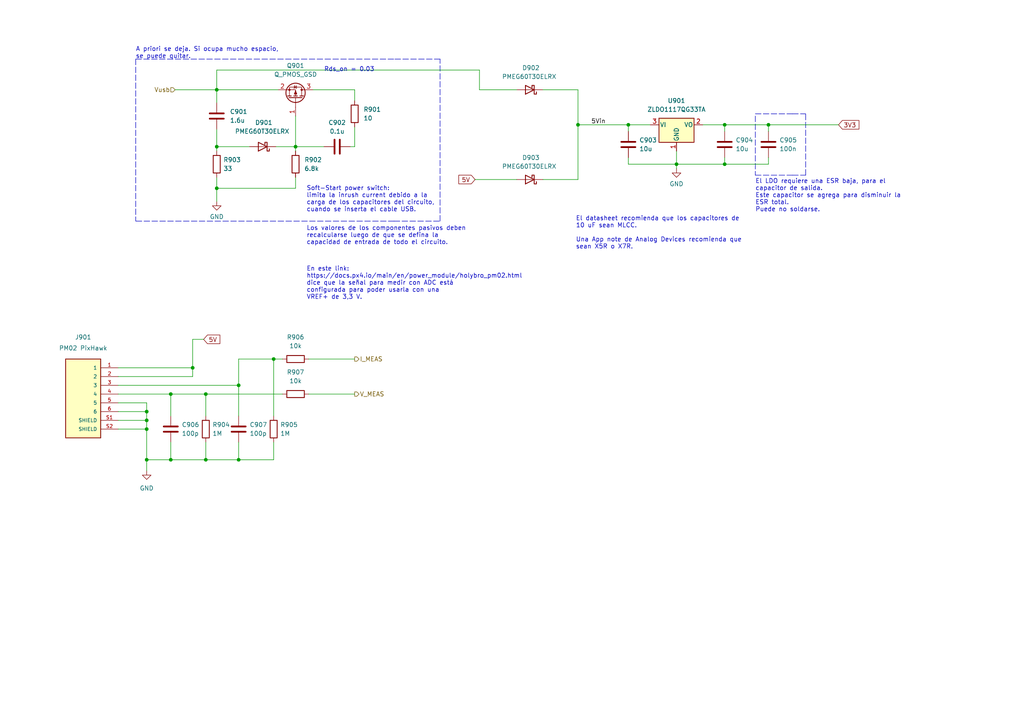
<source format=kicad_sch>
(kicad_sch (version 20211123) (generator eeschema)
  (paper "A4")
  (lib_symbols
    (symbol "DF13C-69-1.25v(51):DF13C-6P-1.25V(51)" (pin_names (offset 1.016))
      (property "Reference" "J204" (at 0 19.05 0))
      (property "Value" "GPS M8N - DF13" (at 0 15.875 0))
      (symbol "DF13C-6P-1.25V(51)_0_0"
        (rectangle (start -5.08 -10.16) (end 5.08 12.7) (stroke (width 0.254)) (fill (type background)))
        (pin passive line (at -10.16 10.16 0) (length 5.08) (name "1") (number "1"))
        (pin passive line (at -10.16 7.62 0) (length 5.08) (name "2") (number "2"))
        (pin passive line (at -10.16 5.08 0) (length 5.08) (name "3") (number "3"))
        (pin passive line (at -10.16 2.54 0) (length 5.08) (name "4") (number "4"))
        (pin passive line (at -10.16 0 0) (length 5.08) (name "5") (number "5"))
        (pin passive line (at -10.16 -2.54 0) (length 5.08) (name "6") (number "6"))
        (pin passive line (at -10.16 -5.08 0) (length 5.08) (name "SHIELD") (number "S1"))
        (pin passive line (at -10.16 -7.62 0) (length 5.08) (name "SHIELD") (number "S2"))
      )
    )
    (symbol "Device:C" (pin_numbers hide) (pin_names (offset 0.254))
      (property "Reference" "C" (at 0.635 2.54 0))
      (property "Value" "C" (at 0.635 -2.54 0))
      (symbol "C_0_1"
        (polyline (pts (xy -2.032 -0.762) (xy 2.032 -0.762)) (stroke (width 0.508)))
        (polyline (pts (xy -2.032 0.762) (xy 2.032 0.762)) (stroke (width 0.508)))
      )
      (symbol "C_1_1"
        (pin passive line (at 0 3.81 270) (length 2.794) (name "~") (number "1"))
        (pin passive line (at 0 -3.81 90) (length 2.794) (name "~") (number "2"))
      )
    )
    (symbol "Device:D_Schottky" (pin_numbers hide) (pin_names (offset 1.016) hide)
      (property "Reference" "D" (at 0 2.54 0))
      (property "Value" "D_Schottky" (at 0 -2.54 0))
      (symbol "D_Schottky_0_1"
        (polyline (pts (xy 1.27 0) (xy -1.27 0)))
        (polyline (pts (xy 1.27 1.27) (xy 1.27 -1.27) (xy -1.27 0) (xy 1.27 1.27)) (stroke (width 0.254)))
        (polyline (pts (xy -1.905 0.635) (xy -1.905 1.27) (xy -1.27 1.27) (xy -1.27 -1.27) (xy -0.635 -1.27) (xy -0.635 -0.635)) (stroke (width 0.254)))
      )
      (symbol "D_Schottky_1_1"
        (pin passive line (at -3.81 0 0) (length 2.54) (name "K") (number "1"))
        (pin passive line (at 3.81 0 180) (length 2.54) (name "A") (number "2"))
      )
    )
    (symbol "Device:Q_PMOS_GSD" (pin_names (offset 0) hide)
      (property "Reference" "Q" (at 5.08 1.27 0))
      (property "Value" "Q_PMOS_GSD" (at 5.08 -1.27 0))
      (symbol "Q_PMOS_GSD_0_1"
        (polyline (pts (xy 0.254 0) (xy -2.54 0)))
        (polyline (pts (xy 0.254 1.905) (xy 0.254 -1.905)) (stroke (width 0.254)))
        (polyline (pts (xy 0.762 -1.27) (xy 0.762 -2.286)) (stroke (width 0.254)))
        (polyline (pts (xy 0.762 0.508) (xy 0.762 -0.508)) (stroke (width 0.254)))
        (polyline (pts (xy 0.762 2.286) (xy 0.762 1.27)) (stroke (width 0.254)))
        (polyline (pts (xy 2.54 2.54) (xy 2.54 1.778)))
        (polyline (pts (xy 2.54 -2.54) (xy 2.54 0) (xy 0.762 0)))
        (polyline (pts (xy 0.762 1.778) (xy 3.302 1.778) (xy 3.302 -1.778) (xy 0.762 -1.778)))
        (polyline (pts (xy 2.286 0) (xy 1.27 0.381) (xy 1.27 -0.381) (xy 2.286 0)) (fill (type outline)))
        (polyline (pts (xy 2.794 -0.508) (xy 2.921 -0.381) (xy 3.683 -0.381) (xy 3.81 -0.254)))
        (polyline (pts (xy 3.302 -0.381) (xy 2.921 0.254) (xy 3.683 0.254) (xy 3.302 -0.381)))
        (circle (center 1.651 0) (radius 2.794) (stroke (width 0.254)))
        (circle (center 2.54 -1.778) (radius 0.254) (fill (type outline)))
        (circle (center 2.54 1.778) (radius 0.254) (fill (type outline)))
      )
      (symbol "Q_PMOS_GSD_1_1"
        (pin input line (at -5.08 0 0) (length 2.54) (name "G") (number "1"))
        (pin passive line (at 2.54 -5.08 90) (length 2.54) (name "S") (number "2"))
        (pin passive line (at 2.54 5.08 270) (length 2.54) (name "D") (number "3"))
      )
    )
    (symbol "Device:R" (pin_numbers hide) (pin_names (offset 0))
      (property "Reference" "R" (at 2.032 0 90))
      (property "Value" "R" (at 0 0 90))
      (symbol "R_0_1"
        (rectangle (start -1.016 -2.54) (end 1.016 2.54) (stroke (width 0.254)))
      )
      (symbol "R_1_1"
        (pin passive line (at 0 3.81 270) (length 1.27) (name "~") (number "1"))
        (pin passive line (at 0 -3.81 90) (length 1.27) (name "~") (number "2"))
      )
    )
    (symbol "Regulator_Linear:NCP1117-3.3_SOT223" (pin_names (offset 0.254))
      (property "Reference" "U" (at -3.81 3.175 0))
      (property "Value" "NCP1117-3.3_SOT223" (at 0 3.175 0))
      (symbol "NCP1117-3.3_SOT223_0_1"
        (rectangle (start -5.08 -5.08) (end 5.08 1.905) (stroke (width 0.254)) (fill (type background)))
      )
      (symbol "NCP1117-3.3_SOT223_1_1"
        (pin power_in line (at 0 -7.62 90) (length 2.54) (name "GND") (number "1"))
        (pin power_out line (at 7.62 0 180) (length 2.54) (name "VO") (number "2"))
        (pin power_in line (at -7.62 0 0) (length 2.54) (name "VI") (number "3"))
      )
    )
    (symbol "power:GND" (power) (pin_names (offset 0))
      (property "Value" "GND" (at 0 -3.81 0))
      (symbol "GND_0_1"
        (polyline (pts (xy 0 0) (xy 0 -1.27) (xy 1.27 -1.27) (xy 0 -2.54) (xy -1.27 -1.27) (xy 0 -1.27)))
      )
      (symbol "GND_1_1"
        (pin power_in line (at 0 0 270) (length 0) hide (name "GND") (number "1"))
      )
    )
  )
  (junction (at 182.245 36.195))
  (junction (at 59.69 114.3))
  (junction (at 222.885 36.195))
  (junction (at 62.865 54.61))
  (junction (at 62.865 26.035))
  (junction (at 62.865 42.545))
  (junction (at 49.53 133.35))
  (junction (at 42.545 124.46))
  (junction (at 210.185 36.195))
  (junction (at 196.215 47.625))
  (junction (at 42.545 121.92))
  (junction (at 69.215 133.35))
  (junction (at 69.215 111.76))
  (junction (at 55.88 106.68))
  (junction (at 59.69 133.35))
  (junction (at 210.185 47.625))
  (junction (at 85.725 42.545))
  (junction (at 42.545 133.35))
  (junction (at 167.64 36.195))
  (junction (at 42.545 119.38))
  (junction (at 49.53 114.3))
  (junction (at 79.375 104.14))
  (wire (pts (xy 62.865 26.035) (xy 80.645 26.035)))
  (wire (pts (xy 196.215 47.625) (xy 210.185 47.625)))
  (wire (pts (xy 34.29 119.38) (xy 42.545 119.38)))
  (polyline (pts (xy 114.3 64.135) (xy 127.635 64.135)))
  (wire (pts (xy 79.375 128.27) (xy 79.375 133.35)))
  (wire (pts (xy 182.245 45.72) (xy 182.245 47.625)))
  (wire (pts (xy 42.545 121.92) (xy 42.545 124.46)))
  (wire (pts (xy 42.545 116.84) (xy 42.545 119.38)))
  (wire (pts (xy 59.69 114.3) (xy 81.915 114.3)))
  (wire (pts (xy 62.865 37.465) (xy 62.865 42.545)))
  (wire (pts (xy 210.185 36.195) (xy 222.885 36.195)))
  (wire (pts (xy 167.64 36.195) (xy 182.245 36.195)))
  (wire (pts (xy 85.725 33.655) (xy 85.725 42.545)))
  (polyline (pts (xy 233.68 50.8) (xy 233.68 33.02)))
  (wire (pts (xy 34.29 121.92) (xy 42.545 121.92)))
  (wire (pts (xy 89.535 114.3) (xy 102.87 114.3)))
  (wire (pts (xy 85.725 42.545) (xy 85.725 43.815)))
  (wire (pts (xy 90.805 26.035) (xy 102.87 26.035)))
  (wire (pts (xy 49.53 128.27) (xy 49.53 133.35)))
  (polyline (pts (xy 127.635 64.135) (xy 127.635 17.145)))
  (polyline (pts (xy 219.075 33.655) (xy 219.075 50.8)))
  (wire (pts (xy 59.69 133.35) (xy 69.215 133.35)))
  (wire (pts (xy 157.48 52.07) (xy 167.64 52.07)))
  (wire (pts (xy 85.725 42.545) (xy 93.98 42.545)))
  (wire (pts (xy 139.065 20.32) (xy 139.065 26.035)))
  (wire (pts (xy 210.185 36.195) (xy 203.835 36.195)))
  (wire (pts (xy 69.215 128.27) (xy 69.215 133.35)))
  (wire (pts (xy 210.185 47.625) (xy 222.885 47.625)))
  (wire (pts (xy 42.545 124.46) (xy 42.545 133.35)))
  (wire (pts (xy 55.88 106.68) (xy 55.88 109.22)))
  (polyline (pts (xy 219.075 50.8) (xy 229.87 50.8)))
  (polyline (pts (xy 39.37 17.145) (xy 39.37 64.135)))
  (wire (pts (xy 137.795 52.07) (xy 149.86 52.07)))
  (wire (pts (xy 85.725 51.435) (xy 85.725 54.61)))
  (wire (pts (xy 62.865 26.035) (xy 62.865 29.845)))
  (wire (pts (xy 69.215 104.14) (xy 79.375 104.14)))
  (wire (pts (xy 210.185 38.1) (xy 210.185 36.195)))
  (polyline (pts (xy 219.075 33.02) (xy 229.87 33.02)))
  (wire (pts (xy 34.29 111.76) (xy 69.215 111.76)))
  (wire (pts (xy 55.88 98.425) (xy 59.055 98.425)))
  (wire (pts (xy 69.215 104.14) (xy 69.215 111.76)))
  (wire (pts (xy 55.88 98.425) (xy 55.88 106.68)))
  (wire (pts (xy 34.29 114.3) (xy 49.53 114.3)))
  (wire (pts (xy 79.375 104.14) (xy 81.915 104.14)))
  (wire (pts (xy 49.53 114.3) (xy 49.53 120.65)))
  (wire (pts (xy 42.545 133.35) (xy 49.53 133.35)))
  (wire (pts (xy 49.53 114.3) (xy 59.69 114.3)))
  (wire (pts (xy 69.215 111.76) (xy 69.215 120.65)))
  (wire (pts (xy 188.595 36.195) (xy 182.245 36.195)))
  (wire (pts (xy 196.215 47.625) (xy 196.215 48.895)))
  (wire (pts (xy 62.865 20.32) (xy 139.065 20.32)))
  (wire (pts (xy 79.375 104.14) (xy 79.375 120.65)))
  (polyline (pts (xy 229.87 33.02) (xy 233.68 33.02)))
  (polyline (pts (xy 127.635 17.145) (xy 114.3 17.145)))
  (wire (pts (xy 42.545 133.35) (xy 42.545 136.525)))
  (wire (pts (xy 34.29 109.22) (xy 55.88 109.22)))
  (wire (pts (xy 157.48 26.035) (xy 167.64 26.035)))
  (wire (pts (xy 62.865 26.035) (xy 62.865 20.32)))
  (wire (pts (xy 80.01 42.545) (xy 85.725 42.545)))
  (wire (pts (xy 210.185 47.625) (xy 210.185 45.72)))
  (wire (pts (xy 89.535 104.14) (xy 102.87 104.14)))
  (wire (pts (xy 167.64 36.195) (xy 167.64 52.07)))
  (wire (pts (xy 167.64 26.035) (xy 167.64 36.195)))
  (wire (pts (xy 50.8 26.035) (xy 62.865 26.035)))
  (wire (pts (xy 69.215 133.35) (xy 79.375 133.35)))
  (polyline (pts (xy 114.3 64.135) (xy 39.37 64.135)))
  (wire (pts (xy 34.29 116.84) (xy 42.545 116.84)))
  (wire (pts (xy 222.885 47.625) (xy 222.885 45.72)))
  (wire (pts (xy 42.545 119.38) (xy 42.545 121.92)))
  (wire (pts (xy 182.245 36.195) (xy 182.245 38.1)))
  (wire (pts (xy 34.29 106.68) (xy 55.88 106.68)))
  (polyline (pts (xy 229.87 50.8) (xy 233.68 50.8)))
  (wire (pts (xy 59.69 120.65) (xy 59.69 114.3)))
  (polyline (pts (xy 39.37 17.145) (xy 114.3 17.145)))
  (wire (pts (xy 102.87 42.545) (xy 101.6 42.545)))
  (wire (pts (xy 222.885 36.195) (xy 243.205 36.195)))
  (wire (pts (xy 34.29 124.46) (xy 42.545 124.46)))
  (wire (pts (xy 62.865 42.545) (xy 62.865 43.815)))
  (wire (pts (xy 182.245 47.625) (xy 196.215 47.625)))
  (wire (pts (xy 62.865 54.61) (xy 62.865 58.42)))
  (wire (pts (xy 222.885 38.1) (xy 222.885 36.195)))
  (wire (pts (xy 85.725 54.61) (xy 62.865 54.61)))
  (wire (pts (xy 62.865 51.435) (xy 62.865 54.61)))
  (wire (pts (xy 196.215 43.815) (xy 196.215 47.625)))
  (wire (pts (xy 102.87 26.035) (xy 102.87 29.21)))
  (wire (pts (xy 102.87 36.83) (xy 102.87 42.545)))
  (wire (pts (xy 59.69 133.35) (xy 59.69 128.27)))
  (wire (pts (xy 72.39 42.545) (xy 62.865 42.545)))
  (wire (pts (xy 139.065 26.035) (xy 149.86 26.035)))
  (wire (pts (xy 49.53 133.35) (xy 59.69 133.35)))
  (text "El LDO requiere una ESR baja, para el\ncapacitor de salida.\nEste capacitor se agrega para disminuir la \nESR total.\nPuede no soldarse." (at 219.075 61.595 0) (effects (font (size 1.27 1.27)) (justify left bottom)))
  (text "En este link: \nhttps://docs.px4.io/main/en/power_module/holybro_pm02.html\ndice que la señal para medir con ADC está\nconfigurada para poder usarla con una\nVREF+ de 3,3 V." (at 88.9 86.995 0) (effects (font (size 1.27 1.27)) (justify left bottom)))
  (text "Rds_on = 0.03" (at 93.98 20.955 0) (effects (font (size 1.27 1.27)) (justify left bottom)))
  (text "Soft-Start power switch:\nlimita la inrush current debido a la\ncarga de los capacitores del circuito,\ncuando se inserta el cable USB." (at 88.9 61.595 0) (effects (font (size 1.27 1.27)) (justify left bottom)))
  (text "Los valores de los componentes pasivos deben \nrecalcularse luego de que se defina la \ncapacidad de entrada de todo el circuito." (at 88.9 71.12 0) (effects (font (size 1.27 1.27)) (justify left bottom)))
  (text "El datasheet recomienda que los capacitores de\n10 uF sean MLCC.\n\nUna App note de Analog Devices recomienda que \nsean X5R o X7R." (at 167.005 72.39 0) (effects (font (size 1.27 1.27)) (justify left bottom)))
  (text "A priori se deja. Si ocupa mucho espacio,\nse puede quitar." (at 39.37 17.145 0) (effects (font (size 1.27 1.27)) (justify left bottom)))
  (label "5Vin" (at 171.45 36.195 0))
  (global_label "5V" (shape input) (at 137.795 52.07 180) (property "Intersheet References" "${INTERSHEET_REFS}" (effects hide)))
  (global_label "3V3" (shape input) (at 243.205 36.195 0) (property "Intersheet References" "${INTERSHEET_REFS}" (effects hide)))
  (global_label "5V" (shape input) (at 59.055 98.425 0) (property "Intersheet References" "${INTERSHEET_REFS}" (effects hide)))
  (hierarchical_label "V_MEAS" (shape output) (at 102.87 114.3 0))
  (hierarchical_label "Vusb" (shape input) (at 50.8 26.035 180))
  (hierarchical_label "I_MEAS" (shape output) (at 102.87 104.14 0))
  (symbol (lib_id "Device:C") (at 97.79 42.545 90) (unit 1)
    (property "Reference" "C902" (at 97.79 35.56 90))
    (property "Value" "0.1u" (at 97.79 38.1 90))
    (property "Footprint" "Capacitor_SMD:C_0603_1608Metric_Pad1.08x0.95mm_HandSolder" (effects hide))
  )
  (symbol (lib_id "Device:Q_PMOS_GSD") (at 85.725 28.575 270) (mirror x) (unit 1)
    (property "Reference" "Q901" (at 85.725 19.05 90))
    (property "Value" "Q_PMOS_GSD" (at 85.725 21.59 90))
    (property "Footprint" "Package_TO_SOT_SMD:SOT-23" (effects hide))
  )
  (symbol (lib_id "Device:D_Schottky") (at 76.2 42.545 180) (unit 1)
    (property "Reference" "D901" (at 76.5175 35.56 0))
    (property "Value" "PMEG60T30ELRX " (at 76.5175 38.1 0))
    (property "Footprint" "PMEG60T30ELRX:SODFL3517X110N" (effects hide))
  )
  (symbol (lib_id "Device:R") (at 85.725 47.625 0) (unit 1)
    (property "Reference" "R902" (at 88.265 46.3549 0) (effects (justify left)))
    (property "Value" "6.8k" (at 88.265 48.8949 0) (effects (justify left)))
    (property "Footprint" "Resistor_SMD:R_0603_1608Metric_Pad0.98x0.95mm_HandSolder" (effects hide))
  )
  (symbol (lib_id "Device:R") (at 85.725 114.3 90) (unit 1)
    (property "Reference" "R907" (at 85.725 107.95 90))
    (property "Value" "10k" (at 85.725 110.49 90))
    (property "Footprint" "Resistor_SMD:R_0402_1005Metric_Pad0.72x0.64mm_HandSolder" (effects hide))
  )
  (symbol (lib_id "power:GND") (at 62.865 58.42 0) (unit 1)
    (property "Reference" "#PWR0128" (effects hide))
    (property "Value" "GND" (at 62.865 62.865 0))
  )
  (symbol (lib_id "Device:R") (at 79.375 124.46 0) (unit 1)
    (property "Reference" "R905" (at 81.28 123.1899 0) (effects (justify left)))
    (property "Value" "1M" (at 81.28 125.7299 0) (effects (justify left)))
    (property "Footprint" "Resistor_SMD:R_0402_1005Metric_Pad0.72x0.64mm_HandSolder" (effects hide))
  )
  (symbol (lib_id "Regulator_Linear:NCP1117-3.3_SOT223") (at 196.215 36.195 0) (unit 1)
    (property "Reference" "U901" (at 196.215 29.21 0))
    (property "Value" "ZLDO1117QG33TA" (at 196.215 31.75 0))
    (property "Footprint" "Package_TO_SOT_SMD:SOT-223-3_TabPin2" (effects hide))
    (property "Datasheet" "http://www.onsemi.com/pub_link/Collateral/NCP1117-D.PDF" (effects hide))
  )
  (symbol (lib_id "Device:C") (at 182.245 41.91 0) (mirror y) (unit 1)
    (property "Reference" "C903" (at 185.42 40.6399 0) (effects (justify right)))
    (property "Value" "10u" (at 185.42 43.1799 0) (effects (justify right)))
    (property "Footprint" "Capacitor_SMD:C_0805_2012Metric_Pad1.18x1.45mm_HandSolder" (effects hide))
  )
  (symbol (lib_id "Device:R") (at 59.69 124.46 0) (unit 1)
    (property "Reference" "R904" (at 61.595 123.1899 0) (effects (justify left)))
    (property "Value" "1M" (at 61.595 125.7299 0) (effects (justify left)))
    (property "Footprint" "Resistor_SMD:R_0402_1005Metric_Pad0.72x0.64mm_HandSolder" (effects hide))
  )
  (symbol (lib_id "Device:C") (at 62.865 33.655 0) (unit 1)
    (property "Reference" "C901" (at 66.675 32.3849 0) (effects (justify left)))
    (property "Value" "1.6u" (at 66.675 34.9249 0) (effects (justify left)))
    (property "Footprint" "Capacitor_SMD:C_0603_1608Metric_Pad1.08x0.95mm_HandSolder" (effects hide))
  )
  (symbol (lib_id "Device:R") (at 102.87 33.02 0) (unit 1)
    (property "Reference" "R901" (at 105.41 31.7499 0) (effects (justify left)))
    (property "Value" "10" (at 105.41 34.2899 0) (effects (justify left)))
    (property "Footprint" "Resistor_SMD:R_0603_1608Metric_Pad0.98x0.95mm_HandSolder" (effects hide))
  )
  (symbol (lib_id "Device:C") (at 49.53 124.46 0) (unit 1)
    (property "Reference" "C906" (at 52.705 123.1899 0) (effects (justify left)))
    (property "Value" "100p" (at 52.705 125.7299 0) (effects (justify left)))
    (property "Footprint" "Capacitor_SMD:C_0402_1005Metric_Pad0.74x0.62mm_HandSolder" (effects hide))
  )
  (symbol (lib_id "Device:R") (at 62.865 47.625 180) (unit 1)
    (property "Reference" "R903" (at 64.77 46.3549 0) (effects (justify right)))
    (property "Value" "33" (at 64.77 48.8949 0) (effects (justify right)))
    (property "Footprint" "Resistor_SMD:R_0603_1608Metric_Pad0.98x0.95mm_HandSolder" (effects hide))
  )
  (symbol (lib_id "Device:D_Schottky") (at 153.67 26.035 180) (unit 1)
    (property "Reference" "D902" (at 153.9875 19.685 0))
    (property "Value" "PMEG60T30ELRX " (at 153.9875 22.225 0))
    (property "Footprint" "PMEG60T30ELRX:SODFL3517X110N" (effects hide))
  )
  (symbol (lib_id "Device:C") (at 222.885 41.91 0) (unit 1)
    (property "Reference" "C905" (at 226.06 40.6399 0) (effects (justify left)))
    (property "Value" "100n" (at 226.06 43.1799 0) (effects (justify left)))
    (property "Footprint" "Capacitor_SMD:C_0603_1608Metric_Pad1.08x0.95mm_HandSolder" (effects hide))
  )
  (symbol (lib_id "Device:R") (at 85.725 104.14 90) (unit 1)
    (property "Reference" "R906" (at 85.725 97.79 90))
    (property "Value" "10k" (at 85.725 100.33 90))
    (property "Footprint" "Resistor_SMD:R_0402_1005Metric_Pad0.72x0.64mm_HandSolder" (effects hide))
  )
  (symbol (lib_id "Device:C") (at 210.185 41.91 0) (unit 1)
    (property "Reference" "C904" (at 213.36 40.6399 0) (effects (justify left)))
    (property "Value" "10u" (at 213.36 43.1799 0) (effects (justify left)))
    (property "Footprint" "Capacitor_SMD:C_0805_2012Metric_Pad1.18x1.45mm_HandSolder" (effects hide))
  )
  (symbol (lib_id "Device:C") (at 69.215 124.46 0) (unit 1)
    (property "Reference" "C907" (at 72.39 123.1899 0) (effects (justify left)))
    (property "Value" "100p" (at 72.39 125.7299 0) (effects (justify left)))
    (property "Footprint" "Capacitor_SMD:C_0402_1005Metric_Pad0.74x0.62mm_HandSolder" (effects hide))
  )
  (symbol (lib_id "DF13C-69-1.25v(51):DF13C-6P-1.25V(51)") (at 24.13 116.84 0) (mirror y) (unit 1)
    (property "Reference" "J901" (at 24.13 97.79 0))
    (property "Value" "PM02 PixHawk" (at 24.13 100.965 0))
    (property "Footprint" "DF13C-6P-1.25V(51):HIROSE_DF13C-6P-1.25V(51)" (effects hide))
    (property "PARTREV" "N/A" (effects hide))
    (property "STANDARD" "Manufacturer Recommendations" (effects hide))
    (property "MAXIMUM_PACKAGE_HEIGHT" "5.1mm" (effects hide))
    (property "MANUFACTURER" "Hirose Electric" (effects hide))
  )
  (symbol (lib_id "power:GND") (at 196.215 48.895 0) (unit 1)
    (property "Reference" "#PWR0129" (effects hide))
    (property "Value" "GND" (at 196.215 53.34 0))
  )
  (symbol (lib_id "Device:D_Schottky") (at 153.67 52.07 180) (unit 1)
    (property "Reference" "D903" (at 153.9875 45.72 0))
    (property "Value" "PMEG60T30ELRX " (at 153.9875 48.26 0))
    (property "Footprint" "PMEG60T30ELRX:SODFL3517X110N" (effects hide))
  )
  (symbol (lib_id "power:GND") (at 42.545 136.525 0) (unit 1)
    (property "Reference" "#PWR0121" (effects hide))
    (property "Value" "GND" (at 42.545 141.605 0))
  )
)
</source>
